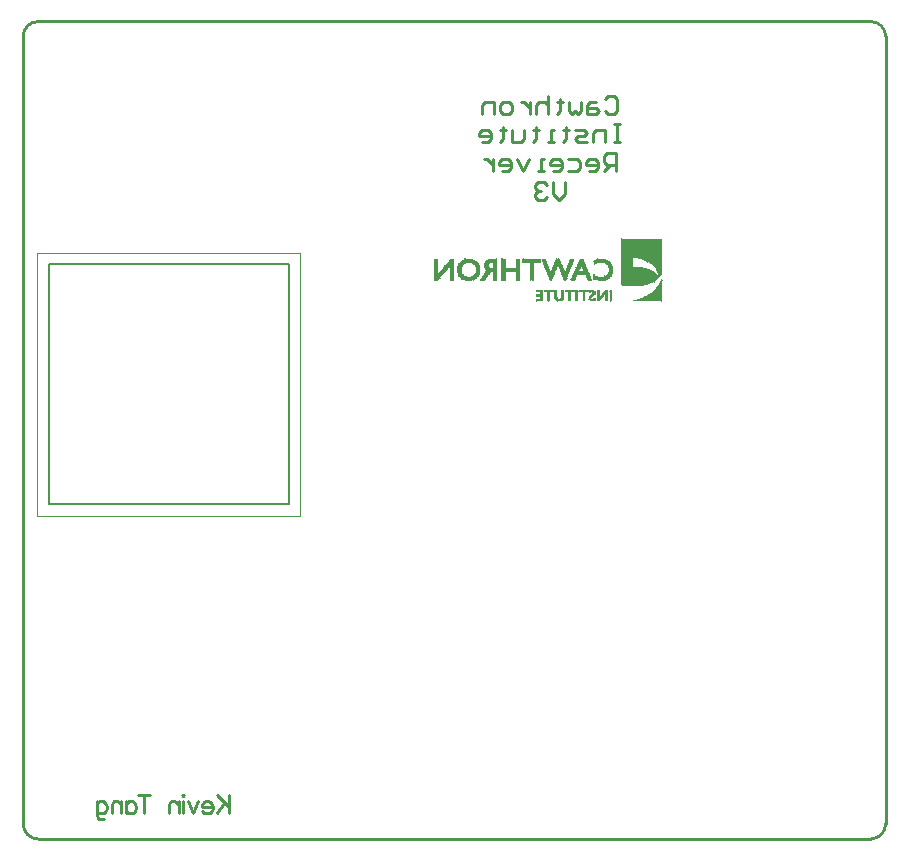
<source format=gbo>
G04 Layer_Color=32896*
%FSLAX25Y25*%
%MOIN*%
G70*
G01*
G75*
%ADD14C,0.01000*%
%ADD15C,0.00787*%
%ADD16C,0.00394*%
%ADD37C,0.00100*%
D14*
X332002Y366791D02*
X333001Y367791D01*
X335001D01*
X336000Y366791D01*
Y362793D01*
X335001Y361793D01*
X333001D01*
X332002Y362793D01*
X329003Y365792D02*
X327003D01*
X326004Y364792D01*
Y361793D01*
X329003D01*
X330002Y362793D01*
X329003Y363792D01*
X326004D01*
X324004Y365792D02*
Y362793D01*
X323005Y361793D01*
X322005Y362793D01*
X321005Y361793D01*
X320005Y362793D01*
Y365792D01*
X317006Y366791D02*
Y365792D01*
X318006D01*
X316007D01*
X317006D01*
Y362793D01*
X316007Y361793D01*
X313008Y367791D02*
Y361793D01*
Y364792D01*
X312008Y365792D01*
X310009D01*
X309009Y364792D01*
Y361793D01*
X307010Y365792D02*
Y361793D01*
Y363792D01*
X306010Y364792D01*
X305010Y365792D01*
X304011D01*
X300012Y361793D02*
X298013D01*
X297013Y362793D01*
Y364792D01*
X298013Y365792D01*
X300012D01*
X301012Y364792D01*
Y362793D01*
X300012Y361793D01*
X295014D02*
Y365792D01*
X292015D01*
X291015Y364792D01*
Y361793D01*
X337000Y358193D02*
X335001D01*
X336000D01*
Y352195D01*
X337000D01*
X335001D01*
X332002D02*
Y356194D01*
X329003D01*
X328003Y355194D01*
Y352195D01*
X326004D02*
X323005D01*
X322005Y353195D01*
X323005Y354195D01*
X325004D01*
X326004Y355194D01*
X325004Y356194D01*
X322005D01*
X319006Y357194D02*
Y356194D01*
X320005D01*
X318006D01*
X319006D01*
Y353195D01*
X318006Y352195D01*
X315007D02*
X313008D01*
X314007D01*
Y356194D01*
X315007D01*
X309009Y357194D02*
Y356194D01*
X310009D01*
X308009D01*
X309009D01*
Y353195D01*
X308009Y352195D01*
X305010Y356194D02*
Y353195D01*
X304011Y352195D01*
X301012D01*
Y356194D01*
X298013Y357194D02*
Y356194D01*
X299012D01*
X297013D01*
X298013D01*
Y353195D01*
X297013Y352195D01*
X291015D02*
X293014D01*
X294014Y353195D01*
Y355194D01*
X293014Y356194D01*
X291015D01*
X290015Y355194D01*
Y354195D01*
X294014D01*
X335501Y342598D02*
Y348596D01*
X332502D01*
X331502Y347596D01*
Y345597D01*
X332502Y344597D01*
X335501D01*
X333501D02*
X331502Y342598D01*
X326503D02*
X328503D01*
X329502Y343597D01*
Y345597D01*
X328503Y346596D01*
X326503D01*
X325504Y345597D01*
Y344597D01*
X329502D01*
X319506Y346596D02*
X322505D01*
X323504Y345597D01*
Y343597D01*
X322505Y342598D01*
X319506D01*
X314507D02*
X316507D01*
X317506Y343597D01*
Y345597D01*
X316507Y346596D01*
X314507D01*
X313508Y345597D01*
Y344597D01*
X317506D01*
X311508Y342598D02*
X309509D01*
X310509D01*
Y346596D01*
X311508D01*
X306510D02*
X304510Y342598D01*
X302511Y346596D01*
X297513Y342598D02*
X299512D01*
X300512Y343597D01*
Y345597D01*
X299512Y346596D01*
X297513D01*
X296513Y345597D01*
Y344597D01*
X300512D01*
X294514Y346596D02*
Y342598D01*
Y344597D01*
X293514Y345597D01*
X292514Y346596D01*
X291515D01*
X318506Y338998D02*
Y334999D01*
X316507Y333000D01*
X314507Y334999D01*
Y338998D01*
X312508Y337998D02*
X311508Y338998D01*
X309509D01*
X308509Y337998D01*
Y336999D01*
X309509Y335999D01*
X310509D01*
X309509D01*
X308509Y334999D01*
Y334000D01*
X309509Y333000D01*
X311508D01*
X312508Y334000D01*
X206500Y134499D02*
Y128500D01*
X202501Y134499D02*
X206500Y130500D01*
X205072Y131928D02*
X202501Y128500D01*
X201158Y130785D02*
X197730D01*
Y131357D01*
X198016Y131928D01*
X198302Y132213D01*
X198873Y132499D01*
X199730D01*
X200301Y132213D01*
X200873Y131642D01*
X201158Y130785D01*
Y130214D01*
X200873Y129357D01*
X200301Y128786D01*
X199730Y128500D01*
X198873D01*
X198302Y128786D01*
X197730Y129357D01*
X196445Y132499D02*
X194731Y128500D01*
X193017Y132499D02*
X194731Y128500D01*
X191475Y134499D02*
X191189Y134213D01*
X190903Y134499D01*
X191189Y134784D01*
X191475Y134499D01*
X191189Y132499D02*
Y128500D01*
X189846Y132499D02*
Y128500D01*
Y131357D02*
X188989Y132213D01*
X188418Y132499D01*
X187561D01*
X186990Y132213D01*
X186704Y131357D01*
Y128500D01*
X178420Y134499D02*
Y128500D01*
X180420Y134499D02*
X176421D01*
X172279Y132499D02*
Y128500D01*
Y131642D02*
X172850Y132213D01*
X173421Y132499D01*
X174278D01*
X174850Y132213D01*
X175421Y131642D01*
X175707Y130785D01*
Y130214D01*
X175421Y129357D01*
X174850Y128786D01*
X174278Y128500D01*
X173421D01*
X172850Y128786D01*
X172279Y129357D01*
X170679Y132499D02*
Y128500D01*
Y131357D02*
X169822Y132213D01*
X169251Y132499D01*
X168394D01*
X167823Y132213D01*
X167537Y131357D01*
Y128500D01*
X162538Y132499D02*
Y127929D01*
X162824Y127072D01*
X163109Y126786D01*
X163681Y126500D01*
X164538D01*
X165109Y126786D01*
X162538Y131642D02*
X163109Y132213D01*
X163681Y132499D01*
X164538D01*
X165109Y132213D01*
X165680Y131642D01*
X165966Y130785D01*
Y130214D01*
X165680Y129357D01*
X165109Y128786D01*
X164538Y128500D01*
X163681D01*
X163109Y128786D01*
X162538Y129357D01*
X143000Y392500D02*
G03*
X138000Y387500I0J-5000D01*
G01*
Y125000D02*
G03*
X143000Y120000I5000J0D01*
G01*
X420500D02*
G03*
X425500Y125000I0J5000D01*
G01*
Y387500D02*
G03*
X420500Y392500I-5000J0D01*
G01*
X143000D02*
X305000D01*
X138000Y125000D02*
Y387500D01*
X143000Y120000D02*
X420500D01*
X425500Y125000D02*
Y387500D01*
X305000Y392500D02*
X420500D01*
D15*
X146500Y231500D02*
X226500D01*
Y311500D01*
X146500D02*
X226500D01*
X146500Y231500D02*
Y311500D01*
D16*
X142563Y227563D02*
X230437D01*
Y315437D01*
X142563D02*
X230437D01*
X142563Y227563D02*
Y315437D01*
D37*
X337300Y320200D02*
X337400D01*
X337500Y320100D02*
X350700D01*
X337400Y320000D02*
X350700D01*
X337400Y319900D02*
X350700D01*
X337400Y319800D02*
X350700D01*
X337400Y319700D02*
X350700D01*
X337400Y319600D02*
X350700D01*
X337400Y319500D02*
X350700D01*
X337400Y319400D02*
X350700D01*
X337400Y319300D02*
X350700D01*
X337400Y319200D02*
X350700D01*
X337400Y319100D02*
X350700D01*
X337400Y319000D02*
X350700D01*
X337400Y318900D02*
X350700D01*
X337400Y318800D02*
X350700D01*
X337400Y318700D02*
X350700D01*
X337400Y318600D02*
X350700D01*
X337400Y318500D02*
X350700D01*
X337400Y318400D02*
X350700D01*
X337400Y318300D02*
X350700D01*
X337400Y318200D02*
X350700D01*
X337400Y318100D02*
X350700D01*
X337400Y318000D02*
X350700D01*
X337400Y317900D02*
X350700D01*
X337400Y317800D02*
X350700D01*
X337400Y317700D02*
X350700D01*
X337400Y317600D02*
X350700D01*
X337400Y317500D02*
X350700D01*
X337400Y317400D02*
X350700D01*
X337400Y317300D02*
X350700D01*
X337400Y317200D02*
X350700D01*
X337400Y317100D02*
X350700D01*
X337400Y317000D02*
X350700D01*
X337400Y316900D02*
X350700D01*
X337400Y316800D02*
X350700D01*
X337400Y316700D02*
X350700D01*
X337400Y316600D02*
X350700D01*
X337400Y316500D02*
X350700D01*
X337400Y316400D02*
X350700D01*
X337400Y316300D02*
X350700D01*
X337400Y316200D02*
X350700D01*
X337400Y316100D02*
X350700D01*
X337400Y316000D02*
X350700D01*
X337400Y315900D02*
X350700D01*
X337400Y315800D02*
X350700D01*
X337400Y315700D02*
X350700D01*
X337400Y315600D02*
X350700D01*
X337400Y315500D02*
X350700D01*
X337400Y315400D02*
X350700D01*
X337400Y315300D02*
X350700D01*
X337400Y315200D02*
X350700D01*
X337400Y315100D02*
X350700D01*
X337400Y315000D02*
X350700D01*
X337400Y314900D02*
X350700D01*
X337400Y314800D02*
X350700D01*
X337400Y314700D02*
X350700D01*
X337400Y314600D02*
X350700D01*
X337400Y314500D02*
X350700D01*
X337400Y314400D02*
X350700D01*
X337400Y314300D02*
X350700D01*
X337400Y314200D02*
X350700D01*
X341000Y314100D02*
X350700D01*
X337400D02*
X340900D01*
X341900Y314000D02*
X350700D01*
X337400D02*
X341000D01*
X342500Y313900D02*
X350700D01*
X337400D02*
X340900D01*
X342900Y313800D02*
X350700D01*
X337400D02*
X340900D01*
X343300Y313700D02*
X350700D01*
X337400D02*
X340900D01*
X343700Y313600D02*
X350700D01*
X337400D02*
X340900D01*
X344000Y313500D02*
X350700D01*
X337400D02*
X340900D01*
X329200D02*
X329300D01*
X316300D02*
X316400D01*
X315600D02*
X315700D01*
X304600D02*
X304700D01*
X297400D02*
X297600D01*
X295500D02*
X295600D01*
X285100D02*
X285200D01*
X344300Y313400D02*
X350700D01*
X337400D02*
X340900D01*
X331400D02*
X331500D01*
X330200D02*
X330900D01*
X329400D02*
X329500D01*
X316600D02*
X316700D01*
X310200D02*
X310300D01*
X286000D02*
X286700D01*
X285200D02*
X285300D01*
X344600Y313300D02*
X350700D01*
X337400D02*
X340900D01*
X329600D02*
X331600D01*
X324400D02*
X324500D01*
X323500D02*
X324300D01*
X320300D02*
X321300D01*
X315600D02*
X316600D01*
X310800D02*
X311800D01*
X304300D02*
X310200D01*
X302200D02*
X303200D01*
X298500D02*
X298600D01*
X297400D02*
X298400D01*
X293500D02*
X295700D01*
X285400D02*
X287400D01*
X285000D02*
X285100D01*
X280500D02*
X281300D01*
X276000D02*
X276100D01*
X274900D02*
X275900D01*
X344800Y313200D02*
X350700D01*
X344500D02*
X344600D01*
X337400D02*
X340900D01*
X329100D02*
X331900D01*
X323500D02*
X324400D01*
X320300D02*
X321300D01*
X315500D02*
X316600D01*
X310800D02*
X311900D01*
X304400D02*
X310300D01*
X302200D02*
X303300D01*
X297400D02*
X298500D01*
X293100D02*
X295700D01*
X285000D02*
X287700D01*
X280400D02*
X281400D01*
X274900D02*
X275900D01*
X345100Y313100D02*
X350700D01*
X337400D02*
X340900D01*
X332300D02*
X332400D01*
X328900D02*
X332200D01*
X323500D02*
X324400D01*
X320200D02*
X321300D01*
X315500D02*
X316700D01*
X310900D02*
X312100D01*
X304400D02*
X310200D01*
X302200D02*
X303300D01*
X297400D02*
X298500D01*
X292800D02*
X295700D01*
X284800D02*
X288000D01*
X280300D02*
X281400D01*
X274900D02*
X275900D01*
X345300Y313000D02*
X350700D01*
X337400D02*
X340900D01*
X328600D02*
X332400D01*
X323400D02*
X324500D01*
X320200D02*
X321300D01*
X320000D02*
X320100D01*
X315400D02*
X316700D01*
X310900D02*
X312000D01*
X304400D02*
X310200D01*
X302200D02*
X303300D01*
X297400D02*
X298500D01*
X292600D02*
X295700D01*
X284600D02*
X288200D01*
X280200D02*
X281300D01*
X274900D02*
X275900D01*
X345600Y312900D02*
X350700D01*
X345100D02*
X345200D01*
X337400D02*
X340900D01*
X328300D02*
X332600D01*
X323400D02*
X324500D01*
X320100D02*
X321200D01*
X315400D02*
X316700D01*
X311000D02*
X312000D01*
X304400D02*
X310200D01*
X302200D02*
X303300D01*
X297400D02*
X298500D01*
X292400D02*
X295700D01*
X292200D02*
X292300D01*
X284400D02*
X288300D01*
X280100D02*
X281300D01*
X274900D02*
X275900D01*
X345800Y312800D02*
X350700D01*
X337400D02*
X340900D01*
X328200D02*
X332700D01*
X328000D02*
X328100D01*
X323300D02*
X324600D01*
X320100D02*
X321200D01*
X315400D02*
X316800D01*
X311000D02*
X312100D01*
X304400D02*
X310200D01*
X302200D02*
X303300D01*
X297400D02*
X298500D01*
X292300D02*
X295700D01*
X284200D02*
X288500D01*
X280000D02*
X281300D01*
X274900D02*
X275900D01*
X346000Y312700D02*
X350700D01*
X345800D02*
X345900D01*
X345600D02*
X345700D01*
X337400D02*
X340900D01*
X328200D02*
X332900D01*
X323300D02*
X324600D01*
X320100D02*
X321100D01*
X315200D02*
X316800D01*
X311000D02*
X312100D01*
X304400D02*
X310200D01*
X302200D02*
X303300D01*
X297400D02*
X298500D01*
X292200D02*
X295700D01*
X284100D02*
X288700D01*
X283900D02*
X284000D01*
X280000D02*
X281300D01*
X274900D02*
X275900D01*
X346200Y312600D02*
X350700D01*
X337400D02*
X340900D01*
X328200D02*
X333000D01*
X323200D02*
X324600D01*
X319900D02*
X321100D01*
X315300D02*
X316900D01*
X311100D02*
X312200D01*
X304400D02*
X310200D01*
X302200D02*
X303300D01*
X297400D02*
X298500D01*
X292100D02*
X295700D01*
X283900D02*
X288800D01*
X279900D02*
X281300D01*
X274900D02*
X275900D01*
X346400Y312500D02*
X350700D01*
X337400D02*
X340900D01*
X328200D02*
X333200D01*
X323200D02*
X324700D01*
X320000D02*
X321100D01*
X315200D02*
X316900D01*
X311100D02*
X312200D01*
X304400D02*
X310300D01*
X302200D02*
X303300D01*
X297400D02*
X298500D01*
X292000D02*
X295700D01*
X283800D02*
X288900D01*
X279800D02*
X281300D01*
X274900D02*
X275900D01*
X346600Y312400D02*
X350700D01*
X337400D02*
X340900D01*
X330700D02*
X333300D01*
X328200D02*
X330300D01*
X323100D02*
X324700D01*
X319900D02*
X321000D01*
X315200D02*
X316900D01*
X311200D02*
X312200D01*
X304400D02*
X310200D01*
X302200D02*
X303300D01*
X297400D02*
X298500D01*
X292000D02*
X295700D01*
X286500D02*
X289000D01*
X283700D02*
X286200D01*
X279700D02*
X281300D01*
X274900D02*
X275900D01*
X346700Y312300D02*
X350700D01*
X345800D02*
X345900D01*
X337400D02*
X340900D01*
X331400D02*
X333400D01*
X328200D02*
X329700D01*
X323100D02*
X324800D01*
X319900D02*
X321000D01*
X315200D02*
X317000D01*
X311200D02*
X312300D01*
X306800D02*
X307900D01*
X304600D02*
X304700D01*
X304300D02*
X304400D01*
X302200D02*
X303300D01*
X297400D02*
X298500D01*
X294700D02*
X295700D01*
X291900D02*
X293400D01*
X287200D02*
X289100D01*
X283600D02*
X285600D01*
X279600D02*
X281300D01*
X274900D02*
X275900D01*
X346900Y312200D02*
X350700D01*
X337400D02*
X340900D01*
X331700D02*
X333500D01*
X328200D02*
X329300D01*
X323100D02*
X324800D01*
X319800D02*
X320900D01*
X315100D02*
X317000D01*
X311200D02*
X312300D01*
X306800D02*
X307900D01*
X302200D02*
X303300D01*
X297400D02*
X298500D01*
X294700D02*
X295700D01*
X291800D02*
X293200D01*
X287500D02*
X289200D01*
X283500D02*
X285300D01*
X279500D02*
X281300D01*
X274900D02*
X275900D01*
X347100Y312100D02*
X350700D01*
X337400D02*
X340900D01*
X331900D02*
X333500D01*
X328200D02*
X329000D01*
X323000D02*
X324900D01*
X319800D02*
X320900D01*
X315100D02*
X317100D01*
X311300D02*
X312300D01*
X306800D02*
X307900D01*
X302200D02*
X303300D01*
X297400D02*
X298500D01*
X294700D02*
X295700D01*
X291800D02*
X293100D01*
X289400D02*
X289500D01*
X287700D02*
X289300D01*
X283400D02*
X285200D01*
X279400D02*
X281300D01*
X279200D02*
X279300D01*
X274900D02*
X275900D01*
X347200Y312000D02*
X350700D01*
X337400D02*
X340900D01*
X332100D02*
X333600D01*
X328200D02*
X328800D01*
X323000D02*
X324900D01*
X319800D02*
X320900D01*
X315000D02*
X317100D01*
X311300D02*
X312400D01*
X306800D02*
X307900D01*
X302200D02*
X303300D01*
X297400D02*
X298500D01*
X294700D02*
X295700D01*
X291800D02*
X293200D01*
X287900D02*
X289400D01*
X283400D02*
X284900D01*
X283100D02*
X283200D01*
X279300D02*
X281300D01*
X274900D02*
X275900D01*
X347400Y311900D02*
X350700D01*
X337400D02*
X340900D01*
X332200D02*
X333700D01*
X328700D02*
X328800D01*
X328200D02*
X328600D01*
X322800D02*
X324900D01*
X319700D02*
X320800D01*
X315000D02*
X317100D01*
X311300D02*
X312400D01*
X306800D02*
X307900D01*
X302200D02*
X303300D01*
X297400D02*
X298500D01*
X294700D02*
X295700D01*
X291700D02*
X292900D01*
X288000D02*
X289500D01*
X283300D02*
X284800D01*
X283100D02*
X283200D01*
X279300D02*
X281300D01*
X274900D02*
X275900D01*
X347500Y311800D02*
X350700D01*
X337400D02*
X340900D01*
X332400D02*
X333800D01*
X328200D02*
X328400D01*
X322900D02*
X325000D01*
X319700D02*
X320800D01*
X315000D02*
X317200D01*
X311400D02*
X312600D01*
X306800D02*
X307900D01*
X302200D02*
X303300D01*
X297400D02*
X298500D01*
X294700D02*
X295700D01*
X291700D02*
X292800D01*
X288100D02*
X289500D01*
X283100D02*
X284600D01*
X279200D02*
X281300D01*
X274900D02*
X275900D01*
X347600Y311700D02*
X350700D01*
X337400D02*
X340900D01*
X332500D02*
X333800D01*
X322800D02*
X325000D01*
X319700D02*
X320700D01*
X317300D02*
X317400D01*
X316100D02*
X317200D01*
X314900D02*
X316000D01*
X311400D02*
X312500D01*
X306800D02*
X307900D01*
X302200D02*
X303300D01*
X297400D02*
X298500D01*
X294700D02*
X295700D01*
X291700D02*
X292800D01*
X288200D02*
X289600D01*
X283200D02*
X284500D01*
X279100D02*
X281300D01*
X274900D02*
X275900D01*
X347800Y311600D02*
X350700D01*
X347500D02*
X347700D01*
X337400D02*
X340900D01*
X332600D02*
X333900D01*
X324000D02*
X325200D01*
X322800D02*
X323900D01*
X322600D02*
X322700D01*
X319600D02*
X320700D01*
X316200D02*
X317400D01*
X314900D02*
X316000D01*
X311500D02*
X312500D01*
X306800D02*
X307900D01*
X302200D02*
X303300D01*
X297400D02*
X298500D01*
X294700D02*
X295700D01*
X291700D02*
X292800D01*
X288400D02*
X289600D01*
X283100D02*
X284400D01*
X279000D02*
X281300D01*
X274900D02*
X275900D01*
X347900Y311500D02*
X350700D01*
X337400D02*
X340900D01*
X332700D02*
X333900D01*
X324000D02*
X325100D01*
X322700D02*
X323900D01*
X319600D02*
X320700D01*
X316100D02*
X317300D01*
X314800D02*
X315900D01*
X311500D02*
X312600D01*
X306800D02*
X307900D01*
X302200D02*
X303300D01*
X297400D02*
X298500D01*
X294700D02*
X295700D01*
X291700D02*
X292800D01*
X288400D02*
X289700D01*
X283000D02*
X284300D01*
X278900D02*
X281300D01*
X274900D02*
X275900D01*
X348000Y311400D02*
X350700D01*
X337400D02*
X340900D01*
X332800D02*
X334000D01*
X324100D02*
X325200D01*
X322700D02*
X323800D01*
X319400D02*
X320600D01*
X316300D02*
X317300D01*
X314800D02*
X315900D01*
X311600D02*
X312600D01*
X306800D02*
X307900D01*
X302200D02*
X303300D01*
X297400D02*
X298500D01*
X294700D02*
X295700D01*
X291700D02*
X292800D01*
X288500D02*
X289900D01*
X283000D02*
X284300D01*
X280300D02*
X281300D01*
X278800D02*
X280200D01*
X274900D02*
X275900D01*
X348100Y311300D02*
X350700D01*
X337400D02*
X340900D01*
X332800D02*
X334000D01*
X324100D02*
X325200D01*
X322500D02*
X323800D01*
X319500D02*
X320600D01*
X317500D02*
X317600D01*
X316300D02*
X317400D01*
X314800D02*
X315900D01*
X311600D02*
X312700D01*
X306800D02*
X307900D01*
X302200D02*
X303300D01*
X297400D02*
X298500D01*
X294700D02*
X295700D01*
X291700D02*
X292800D01*
X288600D02*
X289800D01*
X283000D02*
X284200D01*
X280300D02*
X281300D01*
X278700D02*
X280100D01*
X274900D02*
X275900D01*
X348200Y311200D02*
X350700D01*
X337400D02*
X340900D01*
X332900D02*
X334100D01*
X324200D02*
X325400D01*
X322500D02*
X323700D01*
X319500D02*
X320500D01*
X316300D02*
X317400D01*
X314700D02*
X315800D01*
X311600D02*
X312700D01*
X306800D02*
X307900D01*
X302200D02*
X303300D01*
X297400D02*
X298500D01*
X294700D02*
X295700D01*
X291700D02*
X292800D01*
X288600D02*
X289900D01*
X282900D02*
X284100D01*
X280300D02*
X281300D01*
X278600D02*
X280000D01*
X278400D02*
X278500D01*
X274900D02*
X275900D01*
X348300Y311100D02*
X350700D01*
X337400D02*
X340900D01*
X332900D02*
X334100D01*
X324200D02*
X325300D01*
X322600D02*
X323700D01*
X319400D02*
X320500D01*
X316400D02*
X317500D01*
X314700D02*
X315800D01*
X311700D02*
X312700D01*
X306800D02*
X307900D01*
X302200D02*
X303300D01*
X297400D02*
X298500D01*
X294700D02*
X295700D01*
X291700D02*
X292800D01*
X288700D02*
X289900D01*
X282900D02*
X284200D01*
X280300D02*
X281300D01*
X280100D02*
X280200D01*
X278600D02*
X279900D01*
X274900D02*
X275900D01*
X348400Y311000D02*
X350700D01*
X337400D02*
X340900D01*
X333000D02*
X334200D01*
X324100D02*
X325300D01*
X322500D02*
X323700D01*
X319400D02*
X320500D01*
X316400D02*
X317500D01*
X314600D02*
X315700D01*
X311700D02*
X312800D01*
X306800D02*
X307900D01*
X302200D02*
X303300D01*
X297400D02*
X298500D01*
X294700D02*
X295700D01*
X291700D02*
X292800D01*
X288700D02*
X289900D01*
X282700D02*
X284000D01*
X280300D02*
X281300D01*
X279900D02*
X280000D01*
X278500D02*
X279800D01*
X274900D02*
X275900D01*
X348500Y310900D02*
X350700D01*
X337400D02*
X340900D01*
X333000D02*
X334200D01*
X324300D02*
X325400D01*
X322500D02*
X323600D01*
X319200D02*
X320500D01*
X316500D02*
X317500D01*
X314600D02*
X315700D01*
X311800D02*
X312800D01*
X306800D02*
X307900D01*
X302200D02*
X303300D01*
X297400D02*
X298500D01*
X294700D02*
X295700D01*
X291700D02*
X292900D01*
X288800D02*
X290000D01*
X282800D02*
X284000D01*
X280300D02*
X281300D01*
X278400D02*
X279700D01*
X274900D02*
X275900D01*
X348600Y310800D02*
X350700D01*
X343200D02*
X343300D01*
X337400D02*
X340900D01*
X333100D02*
X334200D01*
X324300D02*
X325400D01*
X322400D02*
X323600D01*
X319300D02*
X320400D01*
X316500D02*
X317600D01*
X314600D02*
X315700D01*
X311800D02*
X312900D01*
X306800D02*
X307900D01*
X302200D02*
X303300D01*
X297400D02*
X298500D01*
X294700D02*
X295700D01*
X291700D02*
X292900D01*
X288800D02*
X290000D01*
X282800D02*
X283900D01*
X280300D02*
X281300D01*
X278300D02*
X279700D01*
X274900D02*
X275900D01*
X348700Y310700D02*
X350700D01*
X348500D02*
X348600D01*
X341100D02*
X342500D01*
X337400D02*
X340900D01*
X333100D02*
X334300D01*
X324400D02*
X325500D01*
X322400D02*
X323500D01*
X319300D02*
X320300D01*
X316500D02*
X317600D01*
X314500D02*
X315600D01*
X311800D02*
X312900D01*
X306800D02*
X307900D01*
X302200D02*
X303300D01*
X297400D02*
X298500D01*
X294700D02*
X295700D01*
X291800D02*
X293000D01*
X288900D02*
X290000D01*
X282700D02*
X283900D01*
X280300D02*
X281300D01*
X279700D02*
X279800D01*
X278200D02*
X279600D01*
X274900D02*
X275900D01*
X348700Y310600D02*
X350700D01*
X337400D02*
X343800D01*
X333200D02*
X334300D01*
X324400D02*
X325500D01*
X324200D02*
X324300D01*
X322300D02*
X323500D01*
X322100D02*
X322200D01*
X319200D02*
X320300D01*
X316600D02*
X317700D01*
X314500D02*
X315700D01*
X311900D02*
X312900D01*
X306800D02*
X307900D01*
X302200D02*
X303300D01*
X297400D02*
X298500D01*
X294700D02*
X295700D01*
X291800D02*
X293100D01*
X288900D02*
X290000D01*
X282700D02*
X283900D01*
X280300D02*
X281300D01*
X278100D02*
X279500D01*
X274900D02*
X275900D01*
X348800Y310500D02*
X350700D01*
X337400D02*
X344300D01*
X333200D02*
X334300D01*
X324400D02*
X325500D01*
X322300D02*
X323400D01*
X319200D02*
X320200D01*
X316600D02*
X317700D01*
X314400D02*
X315500D01*
X311900D02*
X313000D01*
X311700D02*
X311800D01*
X306800D02*
X307900D01*
X302200D02*
X303300D01*
X297400D02*
X298500D01*
X294700D02*
X295700D01*
X291900D02*
X293300D01*
X288900D02*
X290100D01*
X282700D02*
X283800D01*
X280300D02*
X281300D01*
X278000D02*
X279400D01*
X274900D02*
X275900D01*
X348900Y310400D02*
X350700D01*
X345200D02*
X345400D01*
X337400D02*
X344800D01*
X333200D02*
X334300D01*
X324500D02*
X325600D01*
X322300D02*
X323500D01*
X319100D02*
X320200D01*
X316700D02*
X317700D01*
X314400D02*
X315500D01*
X312000D02*
X313000D01*
X306800D02*
X307900D01*
X302200D02*
X303300D01*
X302000D02*
X302100D01*
X297400D02*
X298600D01*
X294700D02*
X295700D01*
X291900D02*
X293500D01*
X288900D02*
X290100D01*
X282700D02*
X283800D01*
X280300D02*
X281300D01*
X277900D02*
X279300D01*
X274900D02*
X275900D01*
X348900Y310300D02*
X350700D01*
X337400D02*
X345300D01*
X333200D02*
X334300D01*
X324400D02*
X325600D01*
X322200D02*
X323500D01*
X319100D02*
X320200D01*
X316700D02*
X317800D01*
X314400D02*
X315500D01*
X312000D02*
X313100D01*
X306800D02*
X307900D01*
X297400D02*
X303300D01*
X292000D02*
X295700D01*
X289000D02*
X290100D01*
X282700D02*
X283800D01*
X280300D02*
X281300D01*
X277900D02*
X279200D01*
X274900D02*
X275900D01*
X349000Y310200D02*
X350700D01*
X337400D02*
X345600D01*
X333200D02*
X334400D01*
X324600D02*
X325700D01*
X322200D02*
X323300D01*
X319100D02*
X320100D01*
X316800D02*
X317800D01*
X314300D02*
X315400D01*
X312000D02*
X313100D01*
X306800D02*
X307900D01*
X297400D02*
X303300D01*
X292100D02*
X295700D01*
X289000D02*
X290100D01*
X282700D02*
X283800D01*
X280300D02*
X281300D01*
X277800D02*
X279100D01*
X274900D02*
X275900D01*
X349100Y310100D02*
X350700D01*
X337400D02*
X346000D01*
X333300D02*
X334400D01*
X324600D02*
X325700D01*
X322100D02*
X323300D01*
X319000D02*
X320100D01*
X316800D02*
X317900D01*
X314300D02*
X315500D01*
X312100D02*
X313100D01*
X306800D02*
X307900D01*
X297400D02*
X303300D01*
X292100D02*
X295700D01*
X289000D02*
X290100D01*
X282700D02*
X283800D01*
X280300D02*
X281300D01*
X279100D02*
X279200D01*
X277700D02*
X279000D01*
X274900D02*
X275900D01*
X349100Y310000D02*
X350700D01*
X337400D02*
X346200D01*
X333300D02*
X334400D01*
X324700D02*
X325800D01*
X322100D02*
X323200D01*
X319000D02*
X320100D01*
X316800D02*
X317900D01*
X314200D02*
X315400D01*
X312100D02*
X313200D01*
X306800D02*
X307900D01*
X297400D02*
X303300D01*
X292200D02*
X295700D01*
X289000D02*
X290100D01*
X282600D02*
X283800D01*
X280300D02*
X281300D01*
X277600D02*
X279000D01*
X274900D02*
X275900D01*
X349200Y309900D02*
X350700D01*
X346600D02*
X346700D01*
X337400D02*
X346500D01*
X333300D02*
X334400D01*
X324700D02*
X325800D01*
X322000D02*
X323200D01*
X318900D02*
X320000D01*
X316900D02*
X318000D01*
X314200D02*
X315300D01*
X312200D02*
X313200D01*
X306800D02*
X307900D01*
X297400D02*
X303300D01*
X292400D02*
X295700D01*
X289000D02*
X290100D01*
X282600D02*
X283800D01*
X280300D02*
X281300D01*
X277500D02*
X278900D01*
X274900D02*
X275900D01*
X349200Y309800D02*
X350700D01*
X346900D02*
X347000D01*
X337400D02*
X346700D01*
X333300D02*
X334400D01*
X324800D02*
X325900D01*
X322000D02*
X323100D01*
X318900D02*
X320000D01*
X316900D02*
X318000D01*
X314200D02*
X315300D01*
X312200D02*
X313300D01*
X306800D02*
X307900D01*
X297400D02*
X303300D01*
X292500D02*
X295700D01*
X289000D02*
X290100D01*
X282600D02*
X283800D01*
X280300D02*
X281300D01*
X277400D02*
X278800D01*
X274900D02*
X275900D01*
X349200Y309700D02*
X350700D01*
X349000D02*
X349100D01*
X337400D02*
X347000D01*
X333300D02*
X334400D01*
X324800D02*
X325900D01*
X322000D02*
X323100D01*
X318900D02*
X319900D01*
X317000D02*
X318000D01*
X316800D02*
X316900D01*
X315300D02*
X315400D01*
X314100D02*
X315200D01*
X312200D02*
X313300D01*
X306800D02*
X307900D01*
X297400D02*
X303300D01*
X292700D02*
X295700D01*
X289000D02*
X290100D01*
X282600D02*
X283800D01*
X280300D02*
X281300D01*
X277300D02*
X278700D01*
X274900D02*
X275900D01*
X349300Y309600D02*
X350700D01*
X337400D02*
X347200D01*
X333300D02*
X334400D01*
X324700D02*
X325900D01*
X321900D02*
X323000D01*
X320000D02*
X320100D01*
X318800D02*
X319900D01*
X317000D02*
X318100D01*
X314100D02*
X315300D01*
X312300D02*
X313300D01*
X306800D02*
X307900D01*
X297400D02*
X303300D01*
X292700D02*
X295700D01*
X292400D02*
X292500D01*
X289000D02*
X290100D01*
X282700D02*
X283900D01*
X280300D02*
X281300D01*
X277200D02*
X278600D01*
X274900D02*
X275900D01*
X349300Y309500D02*
X350700D01*
X337400D02*
X347300D01*
X333200D02*
X334400D01*
X324900D02*
X326100D01*
X321800D02*
X323000D01*
X318800D02*
X319800D01*
X318200D02*
X318300D01*
X317000D02*
X318100D01*
X315200D02*
X315300D01*
X314000D02*
X315100D01*
X312300D02*
X313400D01*
X306800D02*
X307900D01*
X297400D02*
X303300D01*
X292500D02*
X295700D01*
X289000D02*
X290100D01*
X282700D02*
X283800D01*
X280300D02*
X281300D01*
X277200D02*
X278500D01*
X274900D02*
X275900D01*
X349300Y309400D02*
X350700D01*
X337400D02*
X347500D01*
X333200D02*
X334400D01*
X324900D02*
X326000D01*
X321800D02*
X322900D01*
X318700D02*
X319800D01*
X317100D02*
X318300D01*
X314000D02*
X315100D01*
X312400D02*
X313400D01*
X306800D02*
X307900D01*
X297400D02*
X303300D01*
X292400D02*
X295700D01*
X289000D02*
X290100D01*
X282700D02*
X283800D01*
X280300D02*
X281300D01*
X278500D02*
X278600D01*
X277100D02*
X278400D01*
X274900D02*
X275900D01*
X349400Y309300D02*
X350700D01*
X337400D02*
X347700D01*
X333200D02*
X334300D01*
X321800D02*
X326100D01*
X318700D02*
X319800D01*
X317100D02*
X318200D01*
X313900D02*
X315100D01*
X312400D02*
X313500D01*
X306800D02*
X307900D01*
X302200D02*
X303300D01*
X297400D02*
X298500D01*
X294700D02*
X295700D01*
X292300D02*
X293900D01*
X288900D02*
X290100D01*
X282700D02*
X283800D01*
X280300D02*
X281300D01*
X277000D02*
X278300D01*
X274900D02*
X275900D01*
X349400Y309200D02*
X350700D01*
X337400D02*
X347900D01*
X333200D02*
X334300D01*
X321700D02*
X326100D01*
X318500D02*
X319700D01*
X318300D02*
X318400D01*
X317200D02*
X318200D01*
X313900D02*
X315000D01*
X312500D02*
X313600D01*
X306800D02*
X307900D01*
X302200D02*
X303300D01*
X297400D02*
X298500D01*
X294700D02*
X295700D01*
X292100D02*
X293700D01*
X288900D02*
X290100D01*
X282700D02*
X283800D01*
X280300D02*
X281300D01*
X276900D02*
X278300D01*
X274900D02*
X275900D01*
X349400Y309100D02*
X350700D01*
X348200D02*
X348300D01*
X337400D02*
X348000D01*
X333200D02*
X334300D01*
X321700D02*
X326100D01*
X318600D02*
X319700D01*
X317200D02*
X318400D01*
X313900D02*
X315000D01*
X312500D02*
X313500D01*
X306800D02*
X307900D01*
X302200D02*
X303300D01*
X297400D02*
X298500D01*
X294700D02*
X295700D01*
X292200D02*
X293600D01*
X288900D02*
X290000D01*
X282700D02*
X283900D01*
X280300D02*
X281300D01*
X276800D02*
X278200D01*
X274900D02*
X275900D01*
X349500Y309000D02*
X350700D01*
X337400D02*
X348100D01*
X333100D02*
X334300D01*
X321600D02*
X326200D01*
X318600D02*
X319600D01*
X317200D02*
X318300D01*
X313800D02*
X314900D01*
X312500D02*
X313600D01*
X306800D02*
X307900D01*
X302200D02*
X303300D01*
X297400D02*
X298500D01*
X294700D02*
X295700D01*
X292100D02*
X293400D01*
X288900D02*
X290000D01*
X282800D02*
X283900D01*
X280300D02*
X281300D01*
X276700D02*
X278100D01*
X274900D02*
X275900D01*
X349500Y308900D02*
X350600D01*
X337400D02*
X348300D01*
X333100D02*
X334300D01*
X321600D02*
X326200D01*
X318500D02*
X319600D01*
X317300D02*
X318300D01*
X313800D02*
X314900D01*
X312600D02*
X313600D01*
X306800D02*
X307900D01*
X302200D02*
X303300D01*
X297400D02*
X298500D01*
X294700D02*
X295700D01*
X292000D02*
X293300D01*
X288800D02*
X290000D01*
X282800D02*
X283900D01*
X280300D02*
X281300D01*
X276600D02*
X278000D01*
X274900D02*
X275900D01*
X349500Y308800D02*
X350600D01*
X337400D02*
X348400D01*
X333100D02*
X334200D01*
X321500D02*
X326300D01*
X318500D02*
X319600D01*
X317200D02*
X318400D01*
X313800D02*
X314900D01*
X312500D02*
X313700D01*
X306800D02*
X307900D01*
X302200D02*
X303300D01*
X297400D02*
X298500D01*
X294700D02*
X295700D01*
X291900D02*
X293200D01*
X288800D02*
X290000D01*
X282800D02*
X284000D01*
X280300D02*
X281300D01*
X276500D02*
X277900D01*
X274900D02*
X275900D01*
X349500Y308700D02*
X350500D01*
X337400D02*
X348500D01*
X333000D02*
X334200D01*
X321500D02*
X326300D01*
X317300D02*
X319500D01*
X312700D02*
X314800D01*
X306800D02*
X307900D01*
X302200D02*
X303300D01*
X297400D02*
X298500D01*
X294700D02*
X295700D01*
X291900D02*
X293100D01*
X288700D02*
X289900D01*
X282800D02*
X284000D01*
X280300D02*
X281300D01*
X276500D02*
X277800D01*
X274900D02*
X275900D01*
X349500Y308600D02*
X350500D01*
X337400D02*
X348600D01*
X333000D02*
X334100D01*
X321500D02*
X326500D01*
X317400D02*
X319500D01*
X312700D02*
X314800D01*
X312500D02*
X312600D01*
X306800D02*
X307900D01*
X302200D02*
X303300D01*
X297400D02*
X298500D01*
X294700D02*
X295700D01*
X291800D02*
X293100D01*
X288700D02*
X289900D01*
X282900D02*
X284100D01*
X280300D02*
X281300D01*
X276400D02*
X277700D01*
X274900D02*
X275900D01*
X349500Y308500D02*
X350400D01*
X337400D02*
X348700D01*
X332900D02*
X334100D01*
X321400D02*
X326400D01*
X317400D02*
X319500D01*
X312700D02*
X314800D01*
X306800D02*
X307900D01*
X302200D02*
X303300D01*
X297400D02*
X298500D01*
X294700D02*
X295700D01*
X293100D02*
X293200D01*
X291700D02*
X293000D01*
X288600D02*
X289900D01*
X282900D02*
X284100D01*
X280300D02*
X281300D01*
X276300D02*
X277700D01*
X274900D02*
X275900D01*
X349500Y308400D02*
X350400D01*
X337400D02*
X348800D01*
X332800D02*
X334100D01*
X321400D02*
X326500D01*
X317500D02*
X319400D01*
X317300D02*
X317400D01*
X312800D02*
X314800D01*
X312600D02*
X312700D01*
X306800D02*
X307900D01*
X302200D02*
X303300D01*
X297400D02*
X298500D01*
X294700D02*
X295700D01*
X293200D02*
X293300D01*
X291700D02*
X292900D01*
X288600D02*
X289800D01*
X283000D02*
X284200D01*
X280300D02*
X281300D01*
X276200D02*
X277600D01*
X274900D02*
X275900D01*
X350400Y308300D02*
X350500D01*
X349500D02*
X350300D01*
X337400D02*
X348900D01*
X332800D02*
X334000D01*
X325400D02*
X326600D01*
X321300D02*
X322400D01*
X317400D02*
X319400D01*
X312800D02*
X314600D01*
X306800D02*
X307900D01*
X302200D02*
X303300D01*
X297400D02*
X298500D01*
X294700D02*
X295700D01*
X291600D02*
X292800D01*
X288500D02*
X289800D01*
X284500D02*
X284600D01*
X283000D02*
X284300D01*
X280300D02*
X281300D01*
X276100D02*
X277500D01*
X274900D02*
X275900D01*
X349500Y308200D02*
X350300D01*
X337400D02*
X349000D01*
X332700D02*
X334000D01*
X332500D02*
X332600D01*
X328100D02*
X328200D01*
X326600D02*
X326700D01*
X325400D02*
X326500D01*
X321300D02*
X322400D01*
X317600D02*
X319300D01*
X317400D02*
X317500D01*
X312900D02*
X314600D01*
X306800D02*
X307900D01*
X302200D02*
X303300D01*
X297400D02*
X298500D01*
X294700D02*
X295700D01*
X291500D02*
X292800D01*
X288400D02*
X289700D01*
X283100D02*
X284300D01*
X280300D02*
X281300D01*
X276000D02*
X277400D01*
X274900D02*
X275900D01*
X350300Y308100D02*
X350400D01*
X349500D02*
X350200D01*
X337400D02*
X349100D01*
X332600D02*
X333900D01*
X325500D02*
X326700D01*
X321200D02*
X322300D01*
X317600D02*
X319300D01*
X312900D02*
X314600D01*
X306800D02*
X307900D01*
X302200D02*
X303300D01*
X297400D02*
X298500D01*
X294700D02*
X295700D01*
X291500D02*
X292700D01*
X288300D02*
X289600D01*
X283100D02*
X284400D01*
X280300D02*
X281300D01*
X274900D02*
X277300D01*
X349500Y308000D02*
X350200D01*
X337400D02*
X349200D01*
X332500D02*
X333900D01*
X328100D02*
X328300D01*
X325500D02*
X326600D01*
X321200D02*
X322300D01*
X317600D02*
X319300D01*
X312900D02*
X314500D01*
X306800D02*
X307900D01*
X302200D02*
X303300D01*
X297400D02*
X298500D01*
X294700D02*
X295700D01*
X291400D02*
X292600D01*
X288200D02*
X289600D01*
X283200D02*
X284500D01*
X280300D02*
X281300D01*
X274900D02*
X277200D01*
X349500Y307900D02*
X350100D01*
X337400D02*
X349300D01*
X332400D02*
X333800D01*
X331500D02*
X331600D01*
X328100D02*
X328400D01*
X325600D02*
X326700D01*
X321100D02*
X322400D01*
X317700D02*
X319200D01*
X313000D02*
X314500D01*
X306800D02*
X307900D01*
X302200D02*
X303300D01*
X297400D02*
X298500D01*
X294700D02*
X295700D01*
X291300D02*
X292600D01*
X288100D02*
X289500D01*
X283100D02*
X284600D01*
X280300D02*
X281300D01*
X274900D02*
X277100D01*
X349500Y307800D02*
X350000D01*
X337400D02*
X349400D01*
X332200D02*
X333700D01*
X328100D02*
X328600D01*
X325600D02*
X326700D01*
X321100D02*
X322200D01*
X320900D02*
X321000D01*
X317700D02*
X319200D01*
X313000D02*
X314500D01*
X306800D02*
X307900D01*
X302200D02*
X303300D01*
X297400D02*
X298500D01*
X294700D02*
X295700D01*
X291300D02*
X292500D01*
X288000D02*
X289500D01*
X283300D02*
X284800D01*
X283100D02*
X283200D01*
X280300D02*
X281300D01*
X274900D02*
X277000D01*
X349500Y307700D02*
X350000D01*
X337400D02*
X349400D01*
X333800D02*
X333900D01*
X332100D02*
X333700D01*
X331900D02*
X332000D01*
X328900D02*
X329100D01*
X328100D02*
X328800D01*
X325500D02*
X326700D01*
X321100D02*
X322200D01*
X320900D02*
X321000D01*
X317800D02*
X319100D01*
X313100D02*
X314400D01*
X306800D02*
X307900D01*
X302200D02*
X303300D01*
X297400D02*
X298500D01*
X294700D02*
X295700D01*
X291200D02*
X292400D01*
X287900D02*
X289400D01*
X283400D02*
X284900D01*
X280300D02*
X281300D01*
X274900D02*
X277000D01*
X337400Y307600D02*
X349900D01*
X331900D02*
X333600D01*
X328100D02*
X329000D01*
X325700D02*
X326800D01*
X320900D02*
X322100D01*
X317800D02*
X319100D01*
X313100D02*
X314500D01*
X306800D02*
X307900D01*
X302200D02*
X303300D01*
X297400D02*
X298500D01*
X294700D02*
X295700D01*
X291200D02*
X292400D01*
X287700D02*
X289300D01*
X283400D02*
X285100D01*
X280300D02*
X281300D01*
X274900D02*
X276900D01*
X337400Y307500D02*
X349800D01*
X331700D02*
X333500D01*
X328100D02*
X329300D01*
X325600D02*
X326800D01*
X321000D02*
X322100D01*
X317800D02*
X319000D01*
X314400D02*
X314500D01*
X313100D02*
X314300D01*
X306800D02*
X307900D01*
X302200D02*
X303300D01*
X297400D02*
X298500D01*
X294700D02*
X295700D01*
X291100D02*
X292300D01*
X287400D02*
X289200D01*
X285500D02*
X285600D01*
X283500D02*
X285300D01*
X280300D02*
X281300D01*
X274900D02*
X276800D01*
X337400Y307400D02*
X349700D01*
X331400D02*
X333400D01*
X331100D02*
X331200D01*
X328100D02*
X329700D01*
X325800D02*
X326900D01*
X325600D02*
X325700D01*
X320800D02*
X322000D01*
X317900D02*
X319000D01*
X313200D02*
X314300D01*
X306800D02*
X307900D01*
X302200D02*
X303300D01*
X297400D02*
X298500D01*
X294700D02*
X295700D01*
X292300D02*
X292400D01*
X291000D02*
X292200D01*
X287200D02*
X289100D01*
X283600D02*
X285600D01*
X280300D02*
X281300D01*
X274900D02*
X276700D01*
X337400Y307300D02*
X349600D01*
X330700D02*
X333300D01*
X328100D02*
X330500D01*
X325800D02*
X326900D01*
X325600D02*
X325700D01*
X320900D02*
X322000D01*
X317900D02*
X319000D01*
X313200D02*
X314400D01*
X306800D02*
X307900D01*
X302200D02*
X303300D01*
X297400D02*
X298500D01*
X294700D02*
X295700D01*
X291000D02*
X292200D01*
X286500D02*
X289000D01*
X283700D02*
X286300D01*
X280300D02*
X281300D01*
X274900D02*
X276600D01*
X337400Y307200D02*
X349500D01*
X328100D02*
X333200D01*
X325900D02*
X327000D01*
X320800D02*
X321900D01*
X318000D02*
X318900D01*
X314300D02*
X314400D01*
X313300D02*
X314200D01*
X306800D02*
X307900D01*
X302200D02*
X303300D01*
X297400D02*
X298500D01*
X294700D02*
X295700D01*
X290900D02*
X292100D01*
X283800D02*
X288900D01*
X280300D02*
X281300D01*
X274900D02*
X276500D01*
X337400Y307100D02*
X349400D01*
X333200D02*
X333300D01*
X328100D02*
X333100D01*
X325900D02*
X327000D01*
X320800D02*
X321900D01*
X319300D02*
X319400D01*
X317900D02*
X318900D01*
X313300D02*
X314200D01*
X306800D02*
X307900D01*
X302200D02*
X303300D01*
X297400D02*
X298500D01*
X294700D02*
X295700D01*
X290800D02*
X292100D01*
X283900D02*
X288800D01*
X280300D02*
X281300D01*
X276700D02*
X276800D01*
X274900D02*
X276400D01*
X337400Y307000D02*
X349400D01*
X328100D02*
X332900D01*
X325900D02*
X327000D01*
X320700D02*
X321800D01*
X318100D02*
X318800D01*
X313300D02*
X314100D01*
X306800D02*
X307900D01*
X302200D02*
X303300D01*
X297400D02*
X298500D01*
X294700D02*
X295700D01*
X290800D02*
X292000D01*
X284100D02*
X288700D01*
X280300D02*
X281300D01*
X274900D02*
X276300D01*
X337400Y306900D02*
X349200D01*
X328100D02*
X332800D01*
X326000D02*
X327100D01*
X320700D02*
X321800D01*
X318100D02*
X318800D01*
X313400D02*
X314100D01*
X306800D02*
X307900D01*
X302200D02*
X303300D01*
X297400D02*
X298500D01*
X294700D02*
X295700D01*
X290700D02*
X291900D01*
X284200D02*
X288500D01*
X280300D02*
X281300D01*
X274900D02*
X276300D01*
X337400Y306800D02*
X349100D01*
X328300D02*
X332600D01*
X328100D02*
X328200D01*
X325900D02*
X327100D01*
X320700D02*
X321900D01*
X318100D02*
X318800D01*
X313400D02*
X314100D01*
X306800D02*
X307900D01*
X302200D02*
X303300D01*
X297400D02*
X298500D01*
X294700D02*
X295700D01*
X290600D02*
X291900D01*
X284400D02*
X288400D01*
X284100D02*
X284200D01*
X280300D02*
X281300D01*
X274900D02*
X276200D01*
X337400Y306700D02*
X349100D01*
X328600D02*
X332400D01*
X326100D02*
X327200D01*
X320600D02*
X321700D01*
X320400D02*
X320500D01*
X318200D02*
X318700D01*
X313500D02*
X314000D01*
X306800D02*
X307900D01*
X302200D02*
X303300D01*
X297400D02*
X298500D01*
X294700D02*
X295700D01*
X290500D02*
X291800D01*
X284600D02*
X288200D01*
X280300D02*
X281300D01*
X274900D02*
X276100D01*
X337400Y306600D02*
X348900D01*
X328800D02*
X332200D01*
X326100D02*
X327200D01*
X320400D02*
X321700D01*
X318200D02*
X318700D01*
X313500D02*
X314000D01*
X306800D02*
X307900D01*
X302200D02*
X303300D01*
X297400D02*
X298500D01*
X294700D02*
X295700D01*
X290500D02*
X291700D01*
X284800D02*
X288000D01*
X280300D02*
X281400D01*
X274900D02*
X276000D01*
X350600Y306500D02*
X350700D01*
X337400D02*
X348800D01*
X329100D02*
X332000D01*
X326200D02*
X327300D01*
X320500D02*
X321600D01*
X318300D02*
X318600D01*
X313500D02*
X313900D01*
X306800D02*
X307900D01*
X302200D02*
X303300D01*
X297400D02*
X298500D01*
X294700D02*
X295700D01*
X290400D02*
X291700D01*
X285100D02*
X287700D01*
X280300D02*
X281400D01*
X274900D02*
X275900D01*
X350900Y306400D02*
X351000D01*
X350500D02*
X350700D01*
X337400D02*
X348600D01*
X331900D02*
X332000D01*
X329500D02*
X331600D01*
X326200D02*
X327200D01*
X320500D02*
X321500D01*
X318300D02*
X318600D01*
X313600D02*
X313900D01*
X307700D02*
X307800D01*
X306900D02*
X307000D01*
X302200D02*
X303200D01*
X297400D02*
X298400D01*
X294700D02*
X295700D01*
X290400D02*
X291600D01*
X287900D02*
X288000D01*
X285400D02*
X287400D01*
X280400D02*
X281300D01*
X275000D02*
X275800D01*
X350500Y306300D02*
X350700D01*
X337400D02*
X348500D01*
X330200D02*
X331000D01*
X320600D02*
X320700D01*
X302400D02*
X302500D01*
X302200D02*
X302300D01*
X298400D02*
X298500D01*
X298100D02*
X298200D01*
X291600D02*
X291700D01*
X291200D02*
X291300D01*
X286100D02*
X286600D01*
X275100D02*
X275200D01*
X274900D02*
X275000D01*
X350500Y306200D02*
X350700D01*
X337400D02*
X348300D01*
X350400Y306100D02*
X350700D01*
X337400D02*
X348100D01*
X350400Y306000D02*
X350700D01*
X348100D02*
X348200D01*
X337400D02*
X348000D01*
X350400Y305900D02*
X350700D01*
X337400D02*
X347800D01*
X350300Y305800D02*
X350700D01*
X348300D02*
X348400D01*
X337400D02*
X347600D01*
X350300Y305700D02*
X350700D01*
X337400D02*
X347400D01*
X350200Y305600D02*
X350700D01*
X337400D02*
X347200D01*
X350200Y305500D02*
X350700D01*
X347000D02*
X347100D01*
X337400D02*
X346900D01*
X350100Y305400D02*
X350700D01*
X337400D02*
X346700D01*
X350100Y305300D02*
X350700D01*
X349800D02*
X349900D01*
X337400D02*
X346400D01*
X350000Y305200D02*
X350700D01*
X337400D02*
X346100D01*
X350000Y305100D02*
X350700D01*
X337400D02*
X345800D01*
X349900Y305000D02*
X350700D01*
X337400D02*
X345500D01*
X349900Y304900D02*
X350700D01*
X337400D02*
X345000D01*
X349800Y304800D02*
X350700D01*
X337700D02*
X344500D01*
X349800Y304700D02*
X350700D01*
X344400D02*
X344500D01*
X338700D02*
X343700D01*
X349700Y304600D02*
X350700D01*
X340100D02*
X342400D01*
X349600Y304500D02*
X350700D01*
X343700D02*
X343800D01*
X349600Y304400D02*
X350700D01*
X349400D02*
X349500D01*
Y304300D02*
X350700D01*
X349400Y304200D02*
X350700D01*
X349300Y304100D02*
X350700D01*
X349300Y304000D02*
X350700D01*
X349200Y303900D02*
X350700D01*
X349000D02*
X349100D01*
Y303800D02*
X350700D01*
X349000Y303700D02*
X350700D01*
X349000Y303600D02*
X350700D01*
X348800D02*
X348900D01*
Y303500D02*
X350700D01*
X348800Y303400D02*
X350700D01*
X348700Y303300D02*
X350700D01*
X348500D02*
X348600D01*
Y303200D02*
X350700D01*
X348500Y303100D02*
X350700D01*
X334000D02*
X334100D01*
X329300D02*
X329400D01*
X327400D02*
X327700D01*
X317300D02*
X317400D01*
X308800D02*
X308900D01*
X348400Y303000D02*
X350700D01*
X333500D02*
X334100D01*
X332100D02*
X332600D01*
X331900D02*
X332000D01*
X329400D02*
X329900D01*
X326900D02*
X328000D01*
X326700D02*
X326800D01*
X323300D02*
X326200D01*
X322100D02*
X322700D01*
X318500D02*
X321500D01*
X317400D02*
X318000D01*
X315000D02*
X315600D01*
X311600D02*
X314500D01*
X308900D02*
X310900D01*
X348300Y302900D02*
X350700D01*
X333500D02*
X334100D01*
X332000D02*
X332600D01*
X329400D02*
X329900D01*
X326700D02*
X328100D01*
X323300D02*
X326200D01*
X322100D02*
X322700D01*
X318500D02*
X321500D01*
X317400D02*
X318000D01*
X315000D02*
X315600D01*
X311600D02*
X314500D01*
X308900D02*
X310900D01*
X348200Y302800D02*
X350700D01*
X333400D02*
X334100D01*
X331900D02*
X332600D01*
X329400D02*
X329900D01*
X326600D02*
X328300D01*
X323300D02*
X326200D01*
X322100D02*
X322800D01*
X318500D02*
X321500D01*
X317400D02*
X318000D01*
X315000D02*
X315600D01*
X311600D02*
X314500D01*
X308900D02*
X310900D01*
X348100Y302700D02*
X350700D01*
X333500D02*
X334100D01*
X331900D02*
X332600D01*
X331700D02*
X331800D01*
X329400D02*
X329900D01*
X326600D02*
X328500D01*
X323300D02*
X326200D01*
X322100D02*
X322700D01*
X318500D02*
X321600D01*
X317400D02*
X318000D01*
X315000D02*
X315600D01*
X311600D02*
X314500D01*
X308900D02*
X310900D01*
X348000Y302600D02*
X350700D01*
X333500D02*
X334100D01*
X331800D02*
X332600D01*
X331600D02*
X331700D01*
X329400D02*
X329900D01*
X326600D02*
X328400D01*
X323300D02*
X326300D01*
X322100D02*
X322700D01*
X318500D02*
X321500D01*
X317400D02*
X318000D01*
X315000D02*
X315600D01*
X311600D02*
X314500D01*
X308900D02*
X310900D01*
X347900Y302500D02*
X350700D01*
X333500D02*
X334100D01*
X331700D02*
X332600D01*
X329400D02*
X329900D01*
X327800D02*
X328500D01*
X326600D02*
X327200D01*
X326200D02*
X326300D01*
X324500D02*
X325100D01*
X323300D02*
X323400D01*
X322100D02*
X322700D01*
X319700D02*
X320300D01*
X317400D02*
X318000D01*
X315000D02*
X315600D01*
X312700D02*
X313300D01*
X310300D02*
X310900D01*
X347800Y302400D02*
X350700D01*
X333500D02*
X334100D01*
X331600D02*
X332600D01*
X329400D02*
X329900D01*
X327900D02*
X328500D01*
X327700D02*
X327800D01*
X326600D02*
X326900D01*
X324500D02*
X325100D01*
X322100D02*
X322700D01*
X319700D02*
X320300D01*
X317400D02*
X318000D01*
X315000D02*
X315600D01*
X312700D02*
X313300D01*
X310300D02*
X310900D01*
X347700Y302300D02*
X350700D01*
X333500D02*
X334100D01*
X331500D02*
X332600D01*
X331200D02*
X331300D01*
X329400D02*
X329900D01*
X328000D02*
X328500D01*
X326600D02*
X326800D01*
X324500D02*
X325100D01*
X322100D02*
X322700D01*
X319700D02*
X320300D01*
X317400D02*
X318000D01*
X315000D02*
X315600D01*
X312700D02*
X313300D01*
X310300D02*
X310900D01*
X347600Y302200D02*
X350700D01*
X333500D02*
X334100D01*
X331400D02*
X332600D01*
X329400D02*
X329900D01*
X328000D02*
X328500D01*
X324500D02*
X325100D01*
X322100D02*
X322700D01*
X319700D02*
X320300D01*
X317400D02*
X318000D01*
X315000D02*
X315600D01*
X312700D02*
X313300D01*
X310300D02*
X310900D01*
X347400Y302100D02*
X350700D01*
X347200D02*
X347300D01*
X333500D02*
X334100D01*
X332100D02*
X332600D01*
X331300D02*
X332000D01*
X329400D02*
X329900D01*
X328000D02*
X328500D01*
X324500D02*
X325100D01*
X322100D02*
X322700D01*
X319700D02*
X320300D01*
X317400D02*
X318000D01*
X315000D02*
X315600D01*
X312700D02*
X313300D01*
X310300D02*
X310900D01*
X347300Y302000D02*
X350700D01*
X333500D02*
X334100D01*
X332100D02*
X332600D01*
X331200D02*
X332000D01*
X329400D02*
X329900D01*
X327900D02*
X328500D01*
X324500D02*
X325100D01*
X322100D02*
X322700D01*
X319700D02*
X320300D01*
X317400D02*
X318000D01*
X315000D02*
X315600D01*
X312700D02*
X313300D01*
X310300D02*
X310900D01*
X347100Y301900D02*
X350700D01*
X333500D02*
X334100D01*
X332100D02*
X332600D01*
X331100D02*
X331900D01*
X329400D02*
X329900D01*
X327800D02*
X328500D01*
X327600D02*
X327700D01*
X324500D02*
X325100D01*
X322100D02*
X322700D01*
X319700D02*
X320300D01*
X317400D02*
X318000D01*
X315000D02*
X315600D01*
X312700D02*
X313300D01*
X310300D02*
X310900D01*
X347000Y301800D02*
X350700D01*
X333500D02*
X334100D01*
X332100D02*
X332600D01*
X331100D02*
X331800D01*
X329400D02*
X329900D01*
X327700D02*
X328500D01*
X324500D02*
X325100D01*
X322100D02*
X322700D01*
X319700D02*
X320300D01*
X317400D02*
X318000D01*
X315000D02*
X315600D01*
X312700D02*
X313300D01*
X310300D02*
X310900D01*
X346900Y301700D02*
X350700D01*
X346400D02*
X346500D01*
X333500D02*
X334100D01*
X332100D02*
X332600D01*
X331000D02*
X331700D01*
X329400D02*
X329900D01*
X327500D02*
X328400D01*
X327300D02*
X327400D01*
X324500D02*
X325100D01*
X322100D02*
X322700D01*
X319700D02*
X320300D01*
X317400D02*
X318000D01*
X315000D02*
X315600D01*
X312700D02*
X313300D01*
X310300D02*
X310900D01*
X346700Y301600D02*
X350700D01*
X346400D02*
X346500D01*
X333500D02*
X334100D01*
X332100D02*
X332600D01*
X330900D02*
X331600D01*
X329400D02*
X329900D01*
X327400D02*
X328300D01*
X324500D02*
X325100D01*
X322100D02*
X322700D01*
X319700D02*
X320300D01*
X317400D02*
X318000D01*
X315000D02*
X315600D01*
X312700D02*
X313300D01*
X310300D02*
X310900D01*
X346500Y301500D02*
X350700D01*
X333500D02*
X334100D01*
X332100D02*
X332600D01*
X330800D02*
X331500D01*
X329400D02*
X329900D01*
X328300D02*
X328400D01*
X327200D02*
X328200D01*
X324500D02*
X325100D01*
X322100D02*
X322700D01*
X319700D02*
X320300D01*
X317400D02*
X318000D01*
X315000D02*
X315600D01*
X312700D02*
X313300D01*
X308900D02*
X310900D01*
X346400Y301400D02*
X350700D01*
X346200D02*
X346300D01*
X333500D02*
X334100D01*
X332100D02*
X332600D01*
X330700D02*
X331400D01*
X329400D02*
X329900D01*
X327000D02*
X328100D01*
X324500D02*
X325100D01*
X322100D02*
X322700D01*
X319700D02*
X320300D01*
X317400D02*
X318000D01*
X315000D02*
X315600D01*
X312700D02*
X313300D01*
X308900D02*
X310900D01*
X346200Y301300D02*
X350700D01*
X333500D02*
X334100D01*
X332100D02*
X332600D01*
X330600D02*
X331400D01*
X329400D02*
X329900D01*
X326900D02*
X328000D01*
X324500D02*
X325100D01*
X322100D02*
X322700D01*
X319700D02*
X320300D01*
X317400D02*
X318000D01*
X315000D02*
X315600D01*
X312700D02*
X313300D01*
X308900D02*
X310900D01*
X346000Y301200D02*
X350700D01*
X333500D02*
X334100D01*
X332100D02*
X332600D01*
X330500D02*
X331300D01*
X329400D02*
X329900D01*
X326800D02*
X327800D01*
X324500D02*
X325100D01*
X322100D02*
X322700D01*
X319700D02*
X320300D01*
X317400D02*
X318000D01*
X315000D02*
X315600D01*
X312700D02*
X313300D01*
X308900D02*
X310900D01*
X345800Y301100D02*
X350700D01*
X333500D02*
X334100D01*
X332100D02*
X332600D01*
X330400D02*
X331200D01*
X329400D02*
X329900D01*
X326700D02*
X327700D01*
X324500D02*
X325100D01*
X322100D02*
X322700D01*
X319700D02*
X320300D01*
X317400D02*
X318000D01*
X315000D02*
X315600D01*
X312700D02*
X313300D01*
X309000D02*
X310900D01*
X345600Y301000D02*
X350700D01*
X345100D02*
X345200D01*
X333500D02*
X334100D01*
X332100D02*
X332600D01*
X330400D02*
X331100D01*
X329400D02*
X329900D01*
X326600D02*
X327500D01*
X324500D02*
X325100D01*
X322100D02*
X322700D01*
X319700D02*
X320300D01*
X317400D02*
X318000D01*
X315000D02*
X315600D01*
X312700D02*
X313300D01*
X310300D02*
X310900D01*
X345400Y300900D02*
X350700D01*
X333500D02*
X334100D01*
X332100D02*
X332600D01*
X330300D02*
X331000D01*
X330100D02*
X330200D01*
X329400D02*
X329900D01*
X326600D02*
X327400D01*
X324500D02*
X325100D01*
X322100D02*
X322700D01*
X319700D02*
X320300D01*
X317400D02*
X318000D01*
X315000D02*
X315600D01*
X312700D02*
X313300D01*
X310300D02*
X310900D01*
X345200Y300800D02*
X350700D01*
X333500D02*
X334100D01*
X332100D02*
X332600D01*
X330200D02*
X330900D01*
X329400D02*
X329900D01*
X326500D02*
X327200D01*
X324500D02*
X325100D01*
X322100D02*
X322700D01*
X319700D02*
X320300D01*
X317400D02*
X318000D01*
X315000D02*
X315600D01*
X312700D02*
X313300D01*
X310300D02*
X310900D01*
X344900Y300700D02*
X350700D01*
X333500D02*
X334100D01*
X332100D02*
X332600D01*
X330100D02*
X330800D01*
X329400D02*
X329900D01*
X326500D02*
X327200D01*
X324500D02*
X325100D01*
X322100D02*
X322700D01*
X319700D02*
X320300D01*
X317400D02*
X318000D01*
X315700D02*
X315800D01*
X315000D02*
X315600D01*
X312700D02*
X313300D01*
X310300D02*
X310900D01*
X344700Y300600D02*
X350700D01*
X333500D02*
X334100D01*
X332100D02*
X332600D01*
X330000D02*
X330800D01*
X329400D02*
X329900D01*
X326500D02*
X327100D01*
X324500D02*
X325100D01*
X322100D02*
X322700D01*
X319700D02*
X320300D01*
X317400D02*
X318000D01*
X315000D02*
X315600D01*
X312700D02*
X313300D01*
X310300D02*
X310900D01*
X344500Y300500D02*
X350700D01*
X333500D02*
X334100D01*
X332100D02*
X332600D01*
X329400D02*
X330700D01*
X326500D02*
X327100D01*
X324500D02*
X325100D01*
X322100D02*
X322700D01*
X319700D02*
X320300D01*
X317400D02*
X318000D01*
X315000D02*
X315600D01*
X312700D02*
X313300D01*
X310300D02*
X310900D01*
X344200Y300400D02*
X350700D01*
X333500D02*
X334100D01*
X332100D02*
X332600D01*
X329400D02*
X330600D01*
X328300D02*
X328500D01*
X326500D02*
X327100D01*
X324500D02*
X325100D01*
X322100D02*
X322700D01*
X319700D02*
X320300D01*
X317300D02*
X318000D01*
X317000D02*
X317100D01*
X315100D02*
X315700D01*
X312700D02*
X313300D01*
X310300D02*
X310900D01*
X343900Y300300D02*
X350700D01*
X333500D02*
X334100D01*
X332100D02*
X332600D01*
X329400D02*
X330500D01*
X328200D02*
X328500D01*
X326500D02*
X327100D01*
X324500D02*
X325100D01*
X322100D02*
X322700D01*
X319700D02*
X320300D01*
X317200D02*
X317900D01*
X317000D02*
X317100D01*
X315100D02*
X315800D01*
X312700D02*
X313300D01*
X310300D02*
X310900D01*
X343600Y300200D02*
X350700D01*
X333500D02*
X334100D01*
X332100D02*
X332600D01*
X329400D02*
X330400D01*
X328100D02*
X328500D01*
X326500D02*
X327100D01*
X324500D02*
X325100D01*
X322100D02*
X322700D01*
X319700D02*
X320300D01*
X317100D02*
X317900D01*
X315100D02*
X315900D01*
X312700D02*
X313300D01*
X310300D02*
X310900D01*
X343300Y300100D02*
X350700D01*
X333500D02*
X334100D01*
X332100D02*
X332600D01*
X329400D02*
X330300D01*
X327900D02*
X328500D01*
X326600D02*
X327300D01*
X324500D02*
X325100D01*
X322100D02*
X322700D01*
X319700D02*
X320300D01*
X316900D02*
X317800D01*
X315200D02*
X316200D01*
X312700D02*
X313300D01*
X310300D02*
X310900D01*
X342900Y300000D02*
X350700D01*
X333500D02*
X334100D01*
X332100D02*
X332600D01*
X329400D02*
X330200D01*
X326600D02*
X328500D01*
X324500D02*
X325100D01*
X322100D02*
X322700D01*
X319700D02*
X320300D01*
X315300D02*
X317700D01*
X312700D02*
X313300D01*
X308800D02*
X310900D01*
X342500Y299900D02*
X350700D01*
X333500D02*
X334100D01*
X332100D02*
X332600D01*
X329400D02*
X330100D01*
X326700D02*
X328500D01*
X326300D02*
X326400D01*
X324500D02*
X325100D01*
X322100D02*
X322700D01*
X319700D02*
X320300D01*
X315400D02*
X317600D01*
X312700D02*
X313300D01*
X308800D02*
X310900D01*
X342100Y299800D02*
X350700D01*
X333500D02*
X334100D01*
X332100D02*
X332600D01*
X329400D02*
X330100D01*
X326800D02*
X328500D01*
X324500D02*
X325100D01*
X322100D02*
X322700D01*
X319700D02*
X320300D01*
X317600D02*
X317700D01*
X315500D02*
X317500D01*
X312700D02*
X313300D01*
X308800D02*
X310900D01*
X341700Y299700D02*
X350700D01*
X333500D02*
X334100D01*
X332100D02*
X332600D01*
X329400D02*
X330000D01*
X326900D02*
X328300D01*
X324500D02*
X325100D01*
X322100D02*
X322700D01*
X319700D02*
X320300D01*
X315600D02*
X317400D01*
X312700D02*
X313300D01*
X308800D02*
X310900D01*
X341400Y299600D02*
X350700D01*
X333500D02*
X334100D01*
X332100D02*
X332600D01*
X329400D02*
X329900D01*
X328200D02*
X328400D01*
X327000D02*
X328100D01*
X326800D02*
X326900D01*
X324500D02*
X325100D01*
X322100D02*
X322700D01*
X319700D02*
X320300D01*
X315800D02*
X317200D01*
X315600D02*
X315700D01*
X312700D02*
X313300D01*
X308800D02*
X310900D01*
X334000Y299500D02*
X334100D01*
X327500D02*
X327600D01*
X327000D02*
X327100D01*
X322000D02*
X322100D01*
X316400D02*
X316600D01*
X315900D02*
X316000D01*
X313200D02*
X313300D01*
X350500Y299400D02*
X350600D01*
X333600D02*
X333700D01*
X312800D02*
X312900D01*
X308900D02*
X309000D01*
X315800Y299300D02*
X315900D01*
M02*

</source>
